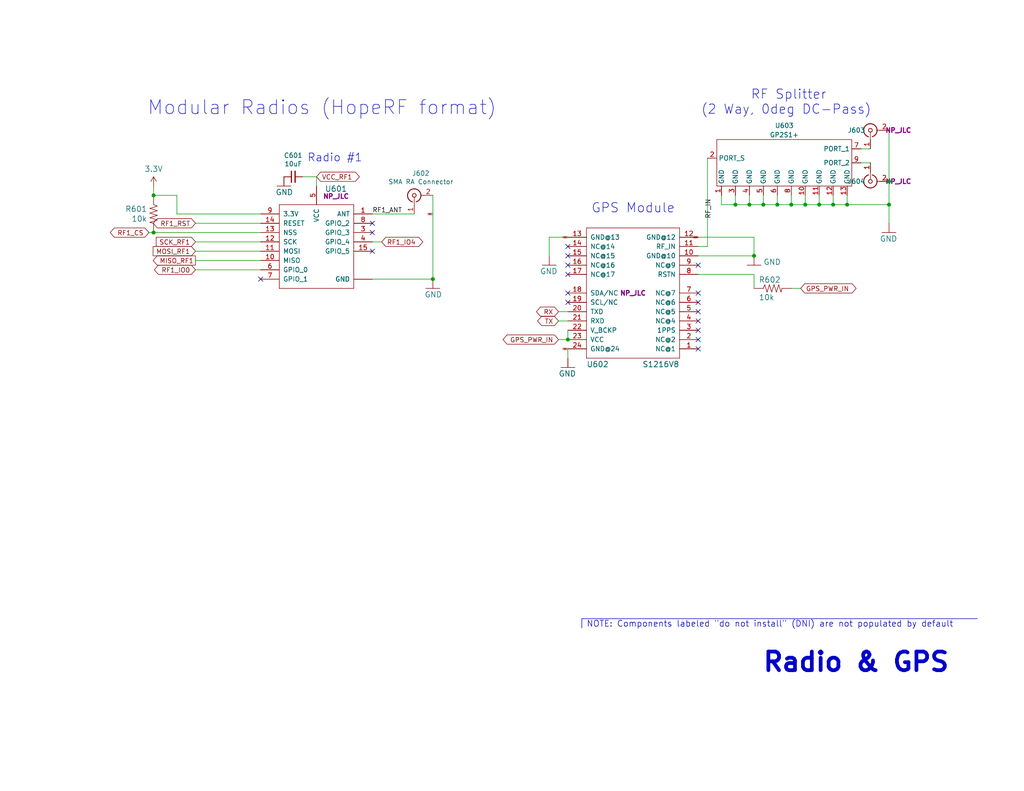
<source format=kicad_sch>
(kicad_sch (version 20231120) (generator "eeschema") (generator_version "8.0")
  (paper "USLetter")
  (title_block (title "Obi Wan Computer") (date "2024-06-07") (rev "vA") (company "Ruchir Kavulli, Michael Lyle") (comment 1 "Derived from PyCubed Mainboard v5"))
  (lib_symbols
    (symbol "Connector:Conn_Coaxial" (pin_names (offset 1.016) hide)
      (property "Reference" "J" (at 0.254 3.048 0))
      (property "Value" "Conn_Coaxial" (at 2.921 0 90))
      (symbol "Conn_Coaxial_0_1"
        (arc (start -1.778 -0.508) (mid 0.2311 -1.8066) (end 1.778 0) (stroke (width 0.254)))
        (polyline (pts (xy -2.54 0) (xy -0.508 0)))
        (polyline (pts (xy 0 -2.54) (xy 0 -1.778)))
        (circle (center 0 0) (radius 0.508) (stroke (width 0.2032)))
        (arc (start 1.778 0) (mid 0.2099 1.8101) (end -1.778 0.508) (stroke (width 0.254)))
      )
      (symbol "Conn_Coaxial_1_1"
        (pin passive line (at -5.08 0 0) (length 2.54) (name "In") (number "1"))
        (pin passive line (at 0 -5.08 90) (length 2.54) (name "Ext") (number "2"))
      )
    )
    (symbol "Device:C_Small" (pin_numbers hide) (pin_names (offset 0.254) hide)
      (property "Reference" "C" (at 0.254 1.778 0))
      (property "Value" "C_Small" (at 0.254 -2.032 0))
      (symbol "C_Small_0_1"
        (polyline (pts (xy -1.524 -0.508) (xy 1.524 -0.508)) (stroke (width 0.3302)))
        (polyline (pts (xy -1.524 0.508) (xy 1.524 0.508)) (stroke (width 0.3048)))
      )
      (symbol "C_Small_1_1"
        (pin passive line (at 0 2.54 270) (length 2.032) (name "~") (number "1"))
        (pin passive line (at 0 -2.54 90) (length 2.032) (name "~") (number "2"))
      )
    )
    (symbol "SSE_Symbols:RFSplitter_GP2S1+"
      (property "Reference" "U" (at 0 0 0))
      (symbol "RFSplitter_GP2S1+_1_1"
        (rectangle (start -17.78 -2.54) (end 19.05 -15.24))
        (pin power_in line (at -16.51 -17.78 90) (length 2.54) (name "GND") (number "1"))
        (pin power_in line (at 6.35 -17.78 90) (length 2.54) (name "GND") (number "10"))
        (pin power_in line (at 10.16 -17.78 90) (length 2.54) (name "GND") (number "11"))
        (pin power_in line (at 13.97 -17.78 90) (length 2.54) (name "GND") (number "12"))
        (pin power_in line (at 17.78 -17.78 90) (length 2.54) (name "GND") (number "13"))
        (pin bidirectional line (at -20.32 -7.62 0) (length 2.54) (name "PORT_S") (number "2"))
        (pin power_in line (at -12.7 -17.78 90) (length 2.54) (name "GND") (number "3"))
        (pin power_in line (at -8.89 -17.78 90) (length 2.54) (name "GND") (number "4"))
        (pin power_in line (at -5.08 -17.78 90) (length 2.54) (name "GND") (number "5"))
        (pin power_in line (at -1.27 -17.78 90) (length 2.54) (name "GND") (number "6"))
        (pin bidirectional line (at 21.59 -5.08 180) (length 2.54) (name "PORT_1") (number "7"))
        (pin power_in line (at 2.54 -17.78 90) (length 2.54) (name "GND") (number "8"))
        (pin bidirectional line (at 21.59 -8.89 180) (length 2.54) (name "PORT_2") (number "9"))
      )
    )
    (symbol "mainboard:10KOHM-1_10W-1%(0603)0603" (pin_names (offset 1.016))
      (property "Reference" "R" (at -3.81 1.4986 0))
      (property "Value" "10KOHM-1_10W-1%(0603)0603" (at -3.81 -3.302 0))
      (symbol "10KOHM-1_10W-1%(0603)0603_1_0"
        (polyline (pts (xy -2.54 0) (xy -2.159 1.016)))
        (polyline (pts (xy -2.159 1.016) (xy -1.524 -1.016)))
        (polyline (pts (xy -1.524 -1.016) (xy -0.889 1.016)))
        (polyline (pts (xy -0.889 1.016) (xy -0.254 -1.016)))
        (polyline (pts (xy -0.254 -1.016) (xy 0.381 1.016)))
        (polyline (pts (xy 0.381 1.016) (xy 1.016 -1.016)))
        (polyline (pts (xy 1.016 -1.016) (xy 1.651 1.016)))
        (polyline (pts (xy 1.651 1.016) (xy 2.286 -1.016)))
        (polyline (pts (xy 2.286 -1.016) (xy 2.54 0)))
        (pin passive line (at -5.08 0 0) (length 2.54) (name "1") (number "1"))
        (pin passive line (at 5.08 0 180) (length 2.54) (name "2") (number "2"))
      )
    )
    (symbol "mainboard:3.3V" (power) (pin_names (offset 1.016))
      (property "Value" "3.3V" (at -1.016 3.556 0))
      (symbol "3.3V_1_0"
        (polyline (pts (xy 0 2.54) (xy -0.762 1.27)))
        (polyline (pts (xy 0.762 1.27) (xy 0 2.54)))
        (pin power_in line (at 0 0 90) (length 2.54) (name "3.3V") (number "1"))
      )
    )
    (symbol "mainboard:GND" (power) (pin_names (offset 1.016))
      (property "Value" "GND" (at -2.54 -2.54 0))
      (symbol "GND_1_0"
        (polyline (pts (xy -1.905 0) (xy 1.905 0)))
        (pin power_in line (at 0 2.54 270) (length 2.54) (name "GND") (number "1"))
      )
    )
    (symbol "mainboard:RFM98PW" (pin_names (offset 1.016))
      (property "Reference" "U" (at -7.62 10.16 0))
      (symbol "RFM98PW_0_0"
        (pin bidirectional line (at 17.78 -10.16 180) (length 5.08) hide (name "GND") (number "17"))
        (pin bidirectional line (at 2.54 15.24 270) (length 5.08) (name "VCC") (number "5"))
      )
      (symbol "RFM98PW_1_0"
        (polyline (pts (xy -7.62 -12.7) (xy -7.62 10.16)))
        (polyline (pts (xy -7.62 10.16) (xy 12.7 10.16)))
        (polyline (pts (xy 12.7 -12.7) (xy -7.62 -12.7)))
        (polyline (pts (xy 12.7 10.16) (xy 12.7 -12.7)))
        (pin bidirectional line (at 17.78 7.62 180) (length 5.08) (name "ANT") (number "1"))
        (pin bidirectional line (at -12.7 -5.08 0) (length 5.08) (name "MISO") (number "10"))
        (pin bidirectional line (at -12.7 -2.54 0) (length 5.08) (name "MOSI") (number "11"))
        (pin bidirectional line (at -12.7 0 0) (length 5.08) (name "SCK") (number "12"))
        (pin bidirectional line (at -12.7 2.54 0) (length 5.08) (name "NSS") (number "13"))
        (pin bidirectional line (at -12.7 5.08 0) (length 5.08) (name "RESET") (number "14"))
        (pin bidirectional line (at 17.78 -2.54 180) (length 5.08) (name "GPIO_5") (number "15"))
        (pin bidirectional line (at 17.78 -10.16 180) (length 5.08) (name "GND") (number "16"))
        (pin bidirectional line (at 17.78 -10.16 180) (length 5.08) (name "GND") (number "2"))
        (pin bidirectional line (at 17.78 2.54 180) (length 5.08) (name "GPIO_3") (number "3"))
        (pin bidirectional line (at 17.78 0 180) (length 5.08) (name "GPIO_4") (number "4"))
        (pin bidirectional line (at -12.7 -7.62 0) (length 5.08) (name "GPIO_0") (number "6"))
        (pin bidirectional line (at -12.7 -10.16 0) (length 5.08) (name "GPIO_1") (number "7"))
        (pin bidirectional line (at 17.78 5.08 180) (length 5.08) (name "GPIO_2") (number "8"))
        (pin power_in line (at -12.7 7.62 0) (length 5.08) (name "3.3V") (number "9"))
      )
    )
    (symbol "mainboard:S1216V8" (pin_names (offset 1.016))
      (property "Reference" "U" (at -12.7 -20.32 0))
      (property "Value" "S1216V8" (at 2.54 -20.32 0))
      (symbol "S1216V8_1_0"
        (polyline (pts (xy -12.7 -17.78) (xy 12.7 -17.78)))
        (polyline (pts (xy -12.7 17.78) (xy -12.7 -17.78)))
        (polyline (pts (xy 12.7 -17.78) (xy 12.7 17.78)))
        (polyline (pts (xy 12.7 17.78) (xy -12.7 17.78)))
        (pin bidirectional line (at 17.78 -15.24 180) (length 5.08) (name "NC@1") (number "1"))
        (pin bidirectional line (at 17.78 10.16 180) (length 5.08) (name "GND@10") (number "10"))
        (pin bidirectional line (at 17.78 12.7 180) (length 5.08) (name "RF_IN") (number "11"))
        (pin bidirectional line (at 17.78 15.24 180) (length 5.08) (name "GND@12") (number "12"))
        (pin bidirectional line (at -17.78 15.24 0) (length 5.08) (name "GND@13") (number "13"))
        (pin bidirectional line (at -17.78 12.7 0) (length 5.08) (name "NC@14") (number "14"))
        (pin bidirectional line (at -17.78 10.16 0) (length 5.08) (name "NC@15") (number "15"))
        (pin bidirectional line (at -17.78 7.62 0) (length 5.08) (name "NC@16") (number "16"))
        (pin bidirectional line (at -17.78 5.08 0) (length 5.08) (name "NC@17") (number "17"))
        (pin bidirectional line (at -17.78 0 0) (length 5.08) (name "SDA/NC") (number "18"))
        (pin bidirectional line (at -17.78 -2.54 0) (length 5.08) (name "SCL/NC") (number "19"))
        (pin bidirectional line (at 17.78 -12.7 180) (length 5.08) (name "NC@2") (number "2"))
        (pin bidirectional line (at -17.78 -5.08 0) (length 5.08) (name "TXD") (number "20"))
        (pin bidirectional line (at -17.78 -7.62 0) (length 5.08) (name "RXD") (number "21"))
        (pin bidirectional line (at -17.78 -10.16 0) (length 5.08) (name "V_BCKP") (number "22"))
        (pin bidirectional line (at -17.78 -12.7 0) (length 5.08) (name "VCC") (number "23"))
        (pin bidirectional line (at -17.78 -15.24 0) (length 5.08) (name "GND@24") (number "24"))
        (pin bidirectional line (at 17.78 -10.16 180) (length 5.08) (name "1PPS") (number "3"))
        (pin bidirectional line (at 17.78 -7.62 180) (length 5.08) (name "NC@4") (number "4"))
        (pin bidirectional line (at 17.78 -5.08 180) (length 5.08) (name "NC@5") (number "5"))
        (pin bidirectional line (at 17.78 -2.54 180) (length 5.08) (name "NC@6") (number "6"))
        (pin bidirectional line (at 17.78 0 180) (length 5.08) (name "NC@7") (number "7"))
        (pin bidirectional line (at 17.78 5.08 180) (length 5.08) (name "RSTN") (number "8"))
        (pin bidirectional line (at 17.78 7.62 180) (length 5.08) (name "NC@9") (number "9"))
      )
    )
  )
  (junction (at 204.47 55.88))
  (junction (at 227.33 55.88))
  (junction (at 205.74 69.85))
  (junction (at 200.66 55.88))
  (junction (at 242.57 49.53))
  (junction (at 154.94 92.71))
  (junction (at 223.52 55.88))
  (junction (at 41.91 53.34))
  (junction (at 208.28 55.88))
  (junction (at 231.14 55.88))
  (junction (at 219.71 55.88))
  (junction (at 242.57 55.88))
  (junction (at 41.91 63.5))
  (junction (at 212.09 55.88))
  (junction (at 215.9 55.88))
  (junction (at 118.11 76.2))
  (no_connect (at 190.5 85.09))
  (no_connect (at 154.94 69.85))
  (no_connect (at 154.94 67.31))
  (no_connect (at 190.5 87.63))
  (no_connect (at 101.6 63.5))
  (no_connect (at 154.94 82.55))
  (no_connect (at 154.94 80.01))
  (no_connect (at 101.6 68.58))
  (no_connect (at 190.5 95.25))
  (no_connect (at 154.94 72.39))
  (no_connect (at 190.5 90.17))
  (no_connect (at 101.6 60.96))
  (no_connect (at 190.5 72.39))
  (no_connect (at 71.12 76.2))
  (no_connect (at 190.5 92.71))
  (no_connect (at 190.5 82.55))
  (no_connect (at 190.5 80.01))
  (no_connect (at 154.94 74.93))
  (wire (pts (xy 154.94 85.09) (xy 152.4 85.09)))
  (wire (pts (xy 223.52 55.88) (xy 227.33 55.88)))
  (wire (pts (xy 40.64 63.5) (xy 41.91 63.5)))
  (wire (pts (xy 190.5 74.93) (xy 205.74 74.93)))
  (wire (pts (xy 71.12 58.42) (xy 48.26 58.42)))
  (wire (pts (xy 204.47 55.88) (xy 200.66 55.88)))
  (wire (pts (xy 101.6 76.2) (xy 118.11 76.2)))
  (wire (pts (xy 86.36 48.26) (xy 86.36 50.8)))
  (wire (pts (xy 190.5 67.31) (xy 193.04 67.31)))
  (wire (pts (xy 205.74 64.77) (xy 205.74 69.85)))
  (wire (pts (xy 48.26 53.34) (xy 41.91 53.34)))
  (wire (pts (xy 71.12 68.58) (xy 53.34 68.58)))
  (wire (pts (xy 219.71 53.34) (xy 219.71 55.88)))
  (wire (pts (xy 193.04 43.18) (xy 193.04 67.31)))
  (wire (pts (xy 204.47 53.34) (xy 204.47 55.88)))
  (wire (pts (xy 242.57 35.56) (xy 242.57 49.53)))
  (wire (pts (xy 86.36 48.26) (xy 82.55 48.26)))
  (wire (pts (xy 48.26 58.42) (xy 48.26 53.34)))
  (wire (pts (xy 71.12 71.12) (xy 53.34 71.12)))
  (wire (pts (xy 154.94 64.77) (xy 149.86 64.77)))
  (wire (pts (xy 242.57 49.53) (xy 242.57 55.88)))
  (wire (pts (xy 234.95 44.45) (xy 237.49 44.45)))
  (wire (pts (xy 231.14 53.34) (xy 231.14 55.88)))
  (wire (pts (xy 196.85 53.34) (xy 196.85 55.88)))
  (wire (pts (xy 190.5 64.77) (xy 205.74 64.77)))
  (wire (pts (xy 227.33 55.88) (xy 231.14 55.88)))
  (wire (pts (xy 71.12 60.96) (xy 53.34 60.96)))
  (wire (pts (xy 200.66 55.88) (xy 196.85 55.88)))
  (wire (pts (xy 234.95 40.64) (xy 237.49 40.64)))
  (wire (pts (xy 41.91 53.34) (xy 41.91 50.8)))
  (wire (pts (xy 149.86 64.77) (xy 149.86 69.85)))
  (wire (pts (xy 212.09 55.88) (xy 208.28 55.88)))
  (wire (pts (xy 41.91 63.5) (xy 71.12 63.5)))
  (polyline (pts (xy 158.75 171.45) (xy 158.75 168.91)))
  (wire (pts (xy 154.94 95.25) (xy 154.94 97.79)))
  (wire (pts (xy 154.94 92.71) (xy 152.4 92.71)))
  (wire (pts (xy 205.74 69.85) (xy 190.5 69.85)))
  (wire (pts (xy 219.71 55.88) (xy 215.9 55.88)))
  (wire (pts (xy 71.12 66.04) (xy 53.34 66.04)))
  (wire (pts (xy 205.74 74.93) (xy 205.74 78.74)))
  (wire (pts (xy 212.09 55.88) (xy 215.9 55.88)))
  (wire (pts (xy 200.66 53.34) (xy 200.66 55.88)))
  (wire (pts (xy 118.11 53.34) (xy 118.11 76.2)))
  (wire (pts (xy 53.34 73.66) (xy 71.12 73.66)))
  (wire (pts (xy 242.57 55.88) (xy 242.57 60.96)))
  (wire (pts (xy 215.9 78.74) (xy 218.44 78.74)))
  (polyline (pts (xy 158.75 168.91) (xy 266.7 168.91)))
  (wire (pts (xy 208.28 53.34) (xy 208.28 55.88)))
  (wire (pts (xy 231.14 55.88) (xy 242.57 55.88)))
  (wire (pts (xy 227.33 53.34) (xy 227.33 55.88)))
  (wire (pts (xy 223.52 55.88) (xy 219.71 55.88)))
  (wire (pts (xy 101.6 58.42) (xy 113.03 58.42)))
  (wire (pts (xy 154.94 92.71) (xy 154.94 90.17)))
  (wire (pts (xy 204.47 55.88) (xy 208.28 55.88)))
  (wire (pts (xy 223.52 53.34) (xy 223.52 55.88)))
  (wire (pts (xy 104.14 66.04) (xy 101.6 66.04)))
  (wire (pts (xy 215.9 53.34) (xy 215.9 55.88)))
  (wire (pts (xy 212.09 53.34) (xy 212.09 55.88)))
  (wire (pts (xy 154.94 87.63) (xy 152.4 87.63)))
  (text "       RF Splitter \n(2 Way, 0deg DC-Pass)" (at 191.262 31.496 0) (effects (font (size 2.54 2.54)) (justify left bottom)))
  (text "Modular Radios (HopeRF format)" (at 40.132 31.75 0) (effects (font (size 3.81 3.81)) (justify left bottom)))
  (text "Radio & GPS" (at 207.772 183.896 0) (effects (font (size 5.08 5.08) (thickness 1.016) (bold yes)) (justify left bottom)))
  (text "NOTE: Components labeled \"do not install\" (DNI) are not populated by default" (at 160.02 171.45 0) (effects (font (size 1.651 1.651)) (justify left bottom)))
  (text "Radio #1" (at 83.82 44.45 0) (effects (font (size 2.159 2.159)) (justify left bottom)))
  (text "GPS Module" (at 161.29 58.42 0) (effects (font (size 2.54 2.54)) (justify left bottom)))
  (label "RF_IN" (at 194.31 59.69 90))
  (label "RF1_ANT" (at 101.6 58.42 0))
  (global_label "GND" (shape bidirectional) (at 154.94 64.77 180) (effects (font (size 0.254 0.254))) (property "Intersheetrefs" "${INTERSHEET_REFS}" (effects (hide yes))))
  (global_label "RF1_RST" (shape bidirectional) (at 53.34 60.96 180) (property "Intersheetrefs" "${INTERSHEET_REFS}" (effects (hide yes))))
  (global_label "GPS_PWR_IN" (shape bidirectional) (at 218.44 78.74 0) (property "Intersheetrefs" "${INTERSHEET_REFS}" (effects (hide yes))))
  (global_label "GPS_PWR_IN" (shape bidirectional) (at 152.4 92.71 180) (property "Intersheetrefs" "${INTERSHEET_REFS}" (effects (hide yes))))
  (global_label "GND" (shape bidirectional) (at 154.94 95.25 180) (effects (font (size 0.254 0.254))) (property "Intersheetrefs" "${INTERSHEET_REFS}" (effects (hide yes))))
  (global_label "RX" (shape bidirectional) (at 152.4 85.09 180) (property "Intersheetrefs" "${INTERSHEET_REFS}" (effects (hide yes))))
  (global_label "GND" (shape bidirectional) (at 118.11 58.42 180) (effects (font (size 0.254 0.254))) (property "Intersheetrefs" "${INTERSHEET_REFS}" (effects (hide yes))))
  (global_label "RF1_IO0" (shape bidirectional) (at 53.34 73.66 180) (property "Intersheetrefs" "${INTERSHEET_REFS}" (effects (hide yes))))
  (global_label "MOSI_RF1" (shape input) (at 53.34 68.58 180) (property "Intersheetrefs" "${INTERSHEET_REFS}" (effects (hide yes))))
  (global_label "RF1_CS" (shape bidirectional) (at 40.64 63.5 180) (property "Intersheetrefs" "${INTERSHEET_REFS}" (effects (hide yes))))
  (global_label "VCC_RF1" (shape bidirectional) (at 86.36 48.26 0) (property "Intersheetrefs" "${INTERSHEET_REFS}" (effects (hide yes))))
  (global_label "TX" (shape bidirectional) (at 152.4 87.63 180) (property "Intersheetrefs" "${INTERSHEET_REFS}" (effects (hide yes))))
  (global_label "GND" (shape bidirectional) (at 190.5 64.77 180) (effects (font (size 0.254 0.254))) (property "Intersheetrefs" "${INTERSHEET_REFS}" (effects (hide yes))))
  (global_label "SCK_RF1" (shape input) (at 53.34 66.04 180) (property "Intersheetrefs" "${INTERSHEET_REFS}" (effects (hide yes))))
  (global_label "RF1_IO4" (shape bidirectional) (at 104.14 66.04 0) (property "Intersheetrefs" "${INTERSHEET_REFS}" (effects (hide yes))))
  (global_label "MISO_RF1" (shape output) (at 53.34 71.12 180) (property "Intersheetrefs" "${INTERSHEET_REFS}" (effects (hide yes))))
  (symbol (lib_id "mainboard:10KOHM-1_10W-1%(0603)0603") (at 210.82 78.74 0) (unit 1)
    (property "Reference" "R602" (at 207.01 77.2414 0) (effects (font (size 1.4986 1.4986)) (justify left bottom)))
    (property "Value" "10k" (at 207.01 82.042 0) (effects (font (size 1.4986 1.4986)) (justify left bottom)))
    (property "Footprint" "Resistor_SMD:R_0603_1608Metric" (effects (hide yes)))
    (property "Description" "10k 0603" (effects (hide yes)))
    (property "LCSC" "C169849" (effects (hide yes)))
    (property "Manufacturer_Name" "PANASONIC" (effects (hide yes)))
    (property "Manufacturer_Part_Number" "ERJ3GEYJ103V" (effects (hide yes)))
  )
  (symbol (lib_id "mainboard:GND") (at 242.57 63.5 0) (unit 1)
    (property "Reference" "#GND0607" (effects (hide yes)))
    (property "Value" "GND" (at 240.03 66.04 0) (effects (font (size 1.4986 1.4986)) (justify left bottom)))
  )
  (symbol (lib_id "Connector:Conn_Coaxial") (at 237.49 35.56 90) (unit 1)
    (property "Reference" "J603" (at 233.68 35.56 90))
    (property "Value" "SMA RA Connector" (effects (hide yes)))
    (property "Footprint" "SSE_Footprints:SAMTEC_MMCXV-J-P-HF-ST-EM1" (effects (hide yes)))
    (property "Description" "SMA RA Connectors" (effects (hide yes)))
    (property "DNI" "NP_JLC" (at 245.11 35.56 90) (effects (font (bold yes))))
    (property "Flight" "901-144" (effects (hide yes)))
    (property "Manufacturer_Name" "Samtec Inc." (effects (hide yes)))
    (property "Manufacturer_Part_Number" "MMCXV-J-P-HF-ST-EM1-ND " (effects (hide yes)))
    (property "Proto" "901-144" (effects (hide yes)))
  )
  (symbol (lib_id "Connector:Conn_Coaxial") (at 237.49 49.53 90) (mirror x) (unit 1)
    (property "Reference" "J604" (at 233.68 49.53 90))
    (property "Value" "SMA RA Connector" (effects (hide yes)))
    (property "Footprint" "SSE_Footprints:SAMTEC_MMCXV-J-P-HF-ST-EM1" (effects (hide yes)))
    (property "Description" "SMA RA Connectors" (effects (hide yes)))
    (property "DNI" "NP_JLC" (at 245.11 49.53 90) (effects (font (bold yes))))
    (property "Flight" "901-144" (effects (hide yes)))
    (property "Manufacturer_Name" "Samtec Inc." (effects (hide yes)))
    (property "Manufacturer_Part_Number" "MMCXV-J-P-HF-ST-EM1-ND " (effects (hide yes)))
    (property "Proto" "901-144" (effects (hide yes)))
  )
  (symbol (lib_id "Connector:Conn_Coaxial") (at 113.03 53.34 90) (unit 1)
    (property "Reference" "J602" (at 114.8334 47.3202 90))
    (property "Value" "SMA RA Connector" (at 114.8334 49.6316 90))
    (property "Footprint" "SSE_Footprints:SAMTEC_MMCXV-J-P-HF-ST-EM1" (effects (hide yes)))
    (property "Description" "SMA RA Connectors" (effects (hide yes)))
    (property "Flight" "901-144" (effects (hide yes)))
    (property "Manufacturer_Name" "Samtec Inc." (effects (hide yes)))
    (property "Manufacturer_Part_Number" "MMCXV-J-P-HF-ST-EM1-ND " (effects (hide yes)))
    (property "Proto" "901-144" (effects (hide yes)))
    (property "DNI" "NP_JLC" (effects (hide yes)))
  )
  (symbol (lib_id "mainboard:RFM98PW") (at 83.82 66.04 0) (unit 1)
    (property "Reference" "U601" (at 91.694 51.562 0) (effects (font (size 1.4986 1.4986))))
    (property "Value" "RFM98PW" (effects (hide yes)))
    (property "Footprint" "mainboard:RFM95PW" (effects (hide yes)))
    (property "Description" "433 MHz 1W Radio" (effects (hide yes)))
    (property "Flight" "RFM98PW" (effects (hide yes)))
    (property "Manufacturer_Name" "HopeRF" (effects (hide yes)))
    (property "Manufacturer_Part_Number" "RFM98PW" (effects (hide yes)))
    (property "Proto" "RFM98PW" (effects (hide yes)))
    (property "DNI" "NP_JLC" (at 91.694 53.594 0) (effects (font (bold yes))))
  )
  (symbol (lib_id "mainboard:GND") (at 118.11 78.74 0) (mirror y) (unit 1)
    (property "Reference" "#GND0603" (effects (hide yes)))
    (property "Value" "GND" (at 120.65 81.28 0) (effects (font (size 1.4986 1.4986)) (justify left bottom)))
  )
  (symbol (lib_id "mainboard:10KOHM-1_10W-1%(0603)0603") (at 41.91 58.42 270) (unit 1)
    (property "Reference" "R601" (at 40.1828 57.0738 90) (effects (font (size 1.4986 1.4986)) (justify right)))
    (property "Value" "10k" (at 40.1828 59.7408 90) (effects (font (size 1.4986 1.4986)) (justify right)))
    (property "Footprint" "Resistor_SMD:R_0603_1608Metric" (effects (hide yes)))
    (property "Description" "10k 0603" (effects (hide yes)))
    (property "LCSC" "C169849" (effects (hide yes)))
    (property "Manufacturer_Name" "PANASONIC" (effects (hide yes)))
    (property "Manufacturer_Part_Number" "ERJ3GEYJ103V" (effects (hide yes)))
  )
  (symbol (lib_id "mainboard:3.3V") (at 41.91 50.8 0) (unit 1)
    (property "Reference" "#SUPPLY0601" (effects (hide yes)))
    (property "Value" "3.3V" (at 39.37 46.99 0) (effects (font (size 1.4986 1.4986)) (justify left bottom)))
  )
  (symbol (lib_id "Device:C_Small") (at 80.01 48.26 90) (unit 1)
    (property "Reference" "C601" (at 80.01 42.4434 90))
    (property "Value" "10uF" (at 80.01 44.7548 90))
    (property "Footprint" "Capacitor_SMD:C_0603_1608Metric" (effects (hide yes)))
    (property "Description" " 10V 10uF X5R ±20% 0603" (effects (hide yes)))
    (property "LCSC" "C85713" (effects (hide yes)))
    (property "Manufacturer_Name" " Samsung Electro-Mechanics" (effects (hide yes)))
    (property "Manufacturer_Part_Number" "CL10A106MP8NNNC" (effects (hide yes)))
    (property "Notes" "10V ok?" (effects (hide yes)))
  )
  (symbol (lib_id "mainboard:GND") (at 77.47 50.8 0) (mirror y) (unit 1)
    (property "Reference" "#GND0601" (effects (hide yes)))
    (property "Value" "GND" (at 80.01 53.34 0) (effects (font (size 1.4986 1.4986)) (justify left bottom)))
  )
  (symbol (lib_id "mainboard:GND") (at 149.86 72.39 0) (unit 1)
    (property "Reference" "#GND0604" (effects (hide yes)))
    (property "Value" "GND" (at 147.32 74.93 0) (effects (font (size 1.4986 1.4986)) (justify left bottom)))
  )
  (symbol (lib_id "mainboard:GND") (at 154.94 100.33 0) (unit 1)
    (property "Reference" "#GND0605" (effects (hide yes)))
    (property "Value" "GND" (at 152.4 102.87 0) (effects (font (size 1.4986 1.4986)) (justify left bottom)))
  )
  (symbol (lib_id "mainboard:GND") (at 205.74 72.39 0) (unit 1)
    (property "Reference" "#GND0606" (effects (hide yes)))
    (property "Value" "GND" (at 208.28 72.39 0) (effects (font (size 1.4986 1.4986)) (justify left bottom)))
  )
  (symbol (lib_id "mainboard:S1216V8") (at 172.72 80.01 0) (unit 1)
    (property "Reference" "U602" (at 160.02 100.33 0) (effects (font (size 1.4986 1.4986)) (justify left bottom)))
    (property "Value" "S1216V8" (at 175.26 100.33 0) (effects (font (size 1.4986 1.4986)) (justify left bottom)))
    (property "Footprint" "mainboard:S1216_24PIN_PACKAGE" (effects (hide yes)))
    (property "Description" "GPS" (effects (hide yes)))
    (property "DNI" "NP_JLC" (at 172.72 80.01 0) (effects (font (bold yes))))
    (property "Manufacturer_Name" "Sky Traq" (effects (hide yes)))
    (property "Manufacturer_Part_Number" "S1216V8" (effects (hide yes)))
  )
  (symbol (lib_id "SSE_Symbols:RFSplitter_GP2S1+") (at 213.36 35.56 0) (unit 1)
    (property "Reference" "U603" (at 213.995 34.29 0))
    (property "Value" "GP2S1+" (at 213.995 36.83 0))
    (property "Footprint" "SSE_Footprints:DQ1225-12-1EP_3.0x3.0mm_P0.51mm" (effects (hide yes)))
    (property "Datasheet" "https://www.minicircuits.com/pdfs/GP2S1+.pdf" (effects (hide yes)))
    (property "Description" "2 Ways MMIC DC Pass Power Splitter, 500 - 2500 MHz, 50Ω" (effects (hide yes)))
    (property "LCSC" "C879828" (effects (hide yes)))
    (property "Manufacturer_Name" "Mini Circuits" (effects (hide yes)))
    (property "Manufacturer_Part_Number" "GP2S1+" (effects (hide yes)))
  )
)
</source>
